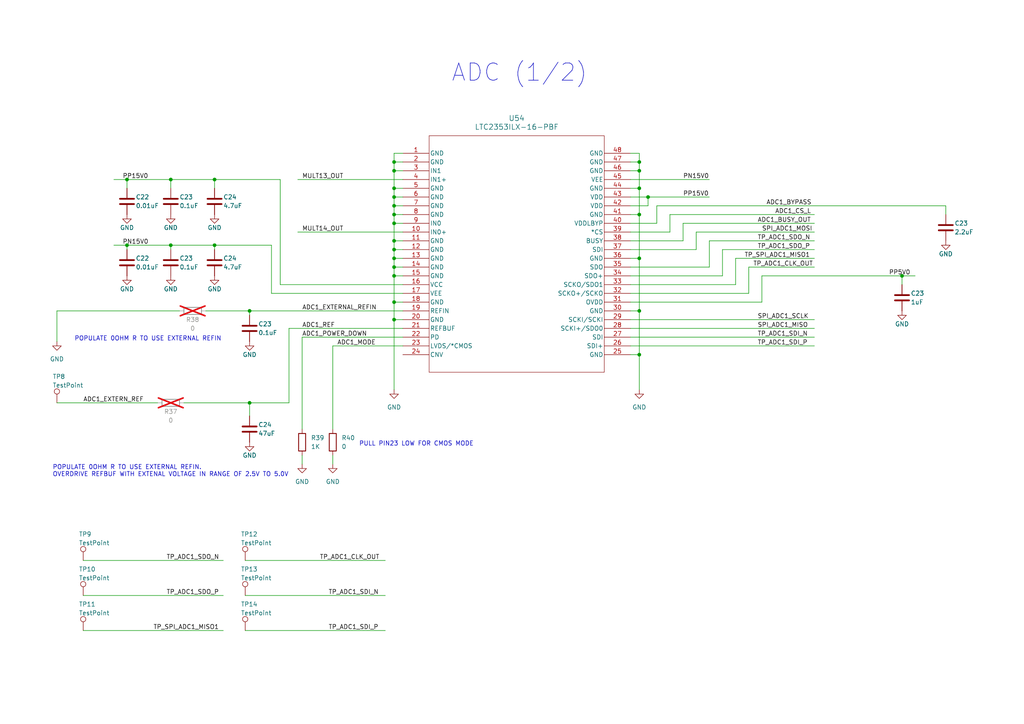
<source format=kicad_sch>
(kicad_sch (version 20230121) (generator eeschema)
  (paper "A4")
  (lib_symbols
    (symbol "Connector:TestPoint" (pin_numbers hide) (pin_names (offset 0.762) hide)
      (property "Reference" "TP" (at 0 6.858 0))
      (property "Value" "TestPoint" (at 0 5.08 0))
      (symbol "TestPoint_0_1"
        (circle (center 0 3.302) (radius 0.762))
      )
      (symbol "TestPoint_1_1"
        (pin passive line (at 0 0 90) (length 2.54) (name "1") (number "1"))
      )
    )
    (symbol "Device:C" (pin_numbers hide) (pin_names (offset 0.254))
      (property "Reference" "C" (at 0.635 2.54 0))
      (property "Value" "C" (at 0.635 -2.54 0))
      (symbol "C_0_1"
        (polyline (pts (xy -2.032 -0.762) (xy 2.032 -0.762)) (stroke (width 0.508)))
        (polyline (pts (xy -2.032 0.762) (xy 2.032 0.762)) (stroke (width 0.508)))
      )
      (symbol "C_1_1"
        (pin passive line (at 0 3.81 270) (length 2.794) (name "~") (number "1"))
        (pin passive line (at 0 -3.81 90) (length 2.794) (name "~") (number "2"))
      )
    )
    (symbol "Device:R" (pin_numbers hide) (pin_names (offset 0))
      (property "Reference" "R" (at 2.032 0 90))
      (property "Value" "R" (at 0 0 90))
      (symbol "R_0_1"
        (rectangle (start -1.016 -2.54) (end 1.016 2.54) (stroke (width 0.254)))
      )
      (symbol "R_1_1"
        (pin passive line (at 0 3.81 270) (length 1.27) (name "~") (number "1"))
        (pin passive line (at 0 -3.81 90) (length 1.27) (name "~") (number "2"))
      )
    )
    (symbol "LTC2353ILX-16-PBF:LTC2353ILX-16-PBF" (pin_names (offset 0.254))
      (property "Reference" "U" (at 33.02 10.16 0))
      (property "Value" "LTC2353ILX-16-PBF" (at 33.02 7.62 0))
      (symbol "LTC2353ILX-16-PBF_0_1"
        (polyline (pts (xy 7.62 -63.5) (xy 58.42 -63.5)) (stroke (width 0.127)))
        (polyline (pts (xy 7.62 5.08) (xy 7.62 -63.5)) (stroke (width 0.127)))
        (polyline (pts (xy 58.42 -63.5) (xy 58.42 5.08)) (stroke (width 0.127)))
        (polyline (pts (xy 58.42 5.08) (xy 7.62 5.08)) (stroke (width 0.127)))
        (pin power_out line (at 0 0 0) (length 7.62) (name "GND") (number "1"))
        (pin bidirectional line (at 0 -22.86 0) (length 7.62) (name "IN0+") (number "10"))
        (pin power_out line (at 0 -25.4 0) (length 7.62) (name "GND") (number "11"))
        (pin power_out line (at 0 -27.94 0) (length 7.62) (name "GND") (number "12"))
        (pin power_out line (at 0 -30.48 0) (length 7.62) (name "GND") (number "13"))
        (pin power_out line (at 0 -33.02 0) (length 7.62) (name "GND") (number "14"))
        (pin power_out line (at 0 -35.56 0) (length 7.62) (name "GND") (number "15"))
        (pin power_in line (at 0 -38.1 0) (length 7.62) (name "VCC") (number "16"))
        (pin power_in line (at 0 -40.64 0) (length 7.62) (name "VEE") (number "17"))
        (pin power_out line (at 0 -43.18 0) (length 7.62) (name "GND") (number "18"))
        (pin unspecified line (at 0 -45.72 0) (length 7.62) (name "REFIN") (number "19"))
        (pin power_out line (at 0 -2.54 0) (length 7.62) (name "GND") (number "2"))
        (pin power_out line (at 0 -48.26 0) (length 7.62) (name "GND") (number "20"))
        (pin unspecified line (at 0 -50.8 0) (length 7.62) (name "REFBUF") (number "21"))
        (pin unspecified line (at 0 -53.34 0) (length 7.62) (name "PD") (number "22"))
        (pin unspecified line (at 0 -55.88 0) (length 7.62) (name "LVDS/*CMOS") (number "23"))
        (pin unspecified line (at 0 -58.42 0) (length 7.62) (name "CNV") (number "24"))
        (pin power_out line (at 66.04 -58.42 180) (length 7.62) (name "GND") (number "25"))
        (pin unspecified line (at 66.04 -55.88 180) (length 7.62) (name "SDI+") (number "26"))
        (pin unspecified line (at 66.04 -53.34 180) (length 7.62) (name "SDI") (number "27"))
        (pin unspecified line (at 66.04 -50.8 180) (length 7.62) (name "SCKI+/SDO0") (number "28"))
        (pin unspecified line (at 66.04 -48.26 180) (length 7.62) (name "SCKI/SCKI") (number "29"))
        (pin input line (at 0 -5.08 0) (length 7.62) (name "IN1") (number "3"))
        (pin power_out line (at 66.04 -45.72 180) (length 7.62) (name "GND") (number "30"))
        (pin power_in line (at 66.04 -43.18 180) (length 7.62) (name "OVDD") (number "31"))
        (pin unspecified line (at 66.04 -40.64 180) (length 7.62) (name "SCKO+/SCKO") (number "32"))
        (pin unspecified line (at 66.04 -38.1 180) (length 7.62) (name "SCKO/SDO1") (number "33"))
        (pin unspecified line (at 66.04 -35.56 180) (length 7.62) (name "SDO+") (number "34"))
        (pin unspecified line (at 66.04 -33.02 180) (length 7.62) (name "SDO") (number "35"))
        (pin power_out line (at 66.04 -30.48 180) (length 7.62) (name "GND") (number "36"))
        (pin unspecified line (at 66.04 -27.94 180) (length 7.62) (name "SDI") (number "37"))
        (pin unspecified line (at 66.04 -25.4 180) (length 7.62) (name "BUSY") (number "38"))
        (pin unspecified line (at 66.04 -22.86 180) (length 7.62) (name "*CS") (number "39"))
        (pin input line (at 0 -7.62 0) (length 7.62) (name "IN1+") (number "4"))
        (pin power_in line (at 66.04 -20.32 180) (length 7.62) (name "VDDLBYP") (number "40"))
        (pin power_out line (at 66.04 -17.78 180) (length 7.62) (name "GND") (number "41"))
        (pin power_in line (at 66.04 -15.24 180) (length 7.62) (name "VDD") (number "42"))
        (pin power_in line (at 66.04 -12.7 180) (length 7.62) (name "VDD") (number "43"))
        (pin power_out line (at 66.04 -10.16 180) (length 7.62) (name "GND") (number "44"))
        (pin power_in line (at 66.04 -7.62 180) (length 7.62) (name "VEE") (number "45"))
        (pin power_out line (at 66.04 -5.08 180) (length 7.62) (name "GND") (number "46"))
        (pin power_out line (at 66.04 -2.54 180) (length 7.62) (name "GND") (number "47"))
        (pin power_out line (at 66.04 0 180) (length 7.62) (name "GND") (number "48"))
        (pin power_out line (at 0 -10.16 0) (length 7.62) (name "GND") (number "5"))
        (pin power_out line (at 0 -12.7 0) (length 7.62) (name "GND") (number "6"))
        (pin power_out line (at 0 -15.24 0) (length 7.62) (name "GND") (number "7"))
        (pin power_out line (at 0 -17.78 0) (length 7.62) (name "GND") (number "8"))
        (pin bidirectional line (at 0 -20.32 0) (length 7.62) (name "IN0") (number "9"))
      )
    )
    (symbol "power:GND" (power) (pin_names (offset 0))
      (property "Value" "GND" (at 0 -3.81 0))
      (symbol "GND_0_1"
        (polyline (pts (xy 0 0) (xy 0 -1.27) (xy 1.27 -1.27) (xy 0 -2.54) (xy -1.27 -1.27) (xy 0 -1.27)))
      )
      (symbol "GND_1_1"
        (pin power_in line (at 0 0 270) (length 0) hide (name "GND") (number "1"))
      )
    )
  )
  (junction (at 114.3 49.53))
  (junction (at 36.83 71.12))
  (junction (at 49.53 71.12))
  (junction (at 185.42 54.61))
  (junction (at 114.3 72.39))
  (junction (at 185.42 74.93))
  (junction (at 187.96 57.15))
  (junction (at 185.42 62.23))
  (junction (at 114.3 64.77))
  (junction (at 72.39 116.84))
  (junction (at 185.42 49.53))
  (junction (at 62.23 71.12))
  (junction (at 36.83 52.07))
  (junction (at 114.3 59.69))
  (junction (at 114.3 92.71))
  (junction (at 114.3 74.93))
  (junction (at 114.3 87.63))
  (junction (at 114.3 77.47))
  (junction (at 185.42 102.87))
  (junction (at 49.53 52.07))
  (junction (at 114.3 80.01))
  (junction (at 185.42 46.99))
  (junction (at 62.23 52.07))
  (junction (at 114.3 69.85))
  (junction (at 114.3 54.61))
  (junction (at 185.42 90.17))
  (junction (at 72.39 90.17))
  (junction (at 114.3 57.15))
  (junction (at 114.3 46.99))
  (junction (at 261.62 80.01))
  (junction (at 114.3 62.23))
  (wire (pts (xy 72.39 116.84) (xy 83.82 116.84)))
  (wire (pts (xy 114.3 77.47) (xy 116.84 77.47)))
  (wire (pts (xy 213.36 74.93) (xy 236.22 74.93)))
  (wire (pts (xy 36.83 52.07) (xy 49.53 52.07)))
  (wire (pts (xy 114.3 59.69) (xy 114.3 62.23)))
  (wire (pts (xy 62.23 71.12) (xy 78.74 71.12)))
  (wire (pts (xy 114.3 57.15) (xy 114.3 59.69)))
  (wire (pts (xy 96.52 100.33) (xy 116.84 100.33)))
  (wire (pts (xy 182.88 85.09) (xy 217.17 85.09)))
  (wire (pts (xy 182.88 100.33) (xy 236.22 100.33)))
  (wire (pts (xy 114.3 74.93) (xy 116.84 74.93)))
  (wire (pts (xy 182.88 90.17) (xy 185.42 90.17)))
  (wire (pts (xy 78.74 85.09) (xy 116.84 85.09)))
  (wire (pts (xy 182.88 87.63) (xy 220.98 87.63)))
  (wire (pts (xy 114.3 72.39) (xy 116.84 72.39)))
  (wire (pts (xy 182.88 52.07) (xy 205.74 52.07)))
  (wire (pts (xy 114.3 49.53) (xy 116.84 49.53)))
  (wire (pts (xy 114.3 62.23) (xy 114.3 64.77)))
  (wire (pts (xy 71.12 182.88) (xy 111.76 182.88)))
  (wire (pts (xy 182.88 77.47) (xy 205.74 77.47)))
  (wire (pts (xy 205.74 69.85) (xy 205.74 77.47)))
  (wire (pts (xy 53.34 116.84) (xy 72.39 116.84)))
  (wire (pts (xy 182.88 54.61) (xy 185.42 54.61)))
  (wire (pts (xy 72.39 90.17) (xy 116.84 90.17)))
  (wire (pts (xy 220.98 87.63) (xy 220.98 80.01)))
  (wire (pts (xy 87.63 97.79) (xy 116.84 97.79)))
  (wire (pts (xy 81.28 82.55) (xy 116.84 82.55)))
  (wire (pts (xy 114.3 80.01) (xy 116.84 80.01)))
  (wire (pts (xy 114.3 64.77) (xy 116.84 64.77)))
  (wire (pts (xy 190.5 64.77) (xy 190.5 59.69)))
  (wire (pts (xy 185.42 90.17) (xy 185.42 102.87)))
  (wire (pts (xy 209.55 72.39) (xy 236.22 72.39)))
  (wire (pts (xy 114.3 49.53) (xy 114.3 54.61)))
  (wire (pts (xy 201.93 67.31) (xy 236.22 67.31)))
  (wire (pts (xy 217.17 85.09) (xy 217.17 77.47)))
  (wire (pts (xy 49.53 52.07) (xy 49.53 54.61)))
  (wire (pts (xy 198.12 69.85) (xy 198.12 64.77)))
  (wire (pts (xy 182.88 46.99) (xy 185.42 46.99)))
  (wire (pts (xy 16.51 99.06) (xy 16.51 90.17)))
  (wire (pts (xy 194.31 67.31) (xy 194.31 62.23)))
  (wire (pts (xy 182.88 67.31) (xy 194.31 67.31)))
  (wire (pts (xy 116.84 44.45) (xy 114.3 44.45)))
  (wire (pts (xy 182.88 95.25) (xy 236.22 95.25)))
  (wire (pts (xy 114.3 44.45) (xy 114.3 46.99)))
  (wire (pts (xy 59.69 90.17) (xy 72.39 90.17)))
  (wire (pts (xy 201.93 72.39) (xy 201.93 67.31)))
  (wire (pts (xy 49.53 71.12) (xy 49.53 72.39)))
  (wire (pts (xy 182.88 80.01) (xy 209.55 80.01)))
  (wire (pts (xy 71.12 172.72) (xy 111.76 172.72)))
  (wire (pts (xy 261.62 80.01) (xy 265.43 80.01)))
  (wire (pts (xy 96.52 132.08) (xy 96.52 134.62)))
  (wire (pts (xy 114.3 69.85) (xy 114.3 72.39)))
  (wire (pts (xy 33.02 52.07) (xy 36.83 52.07)))
  (wire (pts (xy 261.62 80.01) (xy 261.62 82.55)))
  (wire (pts (xy 49.53 52.07) (xy 62.23 52.07)))
  (wire (pts (xy 62.23 52.07) (xy 81.28 52.07)))
  (wire (pts (xy 87.63 97.79) (xy 87.63 124.46)))
  (wire (pts (xy 87.63 132.08) (xy 87.63 134.62)))
  (wire (pts (xy 182.88 92.71) (xy 236.22 92.71)))
  (wire (pts (xy 185.42 54.61) (xy 185.42 62.23)))
  (wire (pts (xy 182.88 59.69) (xy 187.96 59.69)))
  (wire (pts (xy 182.88 49.53) (xy 185.42 49.53)))
  (wire (pts (xy 114.3 46.99) (xy 114.3 49.53)))
  (wire (pts (xy 194.31 62.23) (xy 236.22 62.23)))
  (wire (pts (xy 96.52 124.46) (xy 96.52 100.33)))
  (wire (pts (xy 86.36 52.07) (xy 116.84 52.07)))
  (wire (pts (xy 185.42 102.87) (xy 185.42 113.03)))
  (wire (pts (xy 182.88 64.77) (xy 190.5 64.77)))
  (wire (pts (xy 24.13 182.88) (xy 64.77 182.88)))
  (wire (pts (xy 213.36 82.55) (xy 213.36 74.93)))
  (wire (pts (xy 114.3 92.71) (xy 114.3 113.03)))
  (wire (pts (xy 198.12 64.77) (xy 236.22 64.77)))
  (wire (pts (xy 16.51 90.17) (xy 52.07 90.17)))
  (wire (pts (xy 36.83 52.07) (xy 36.83 54.61)))
  (wire (pts (xy 24.13 172.72) (xy 64.77 172.72)))
  (wire (pts (xy 49.53 71.12) (xy 62.23 71.12)))
  (wire (pts (xy 114.3 54.61) (xy 116.84 54.61)))
  (wire (pts (xy 114.3 62.23) (xy 116.84 62.23)))
  (wire (pts (xy 182.88 74.93) (xy 185.42 74.93)))
  (wire (pts (xy 16.51 116.84) (xy 45.72 116.84)))
  (wire (pts (xy 36.83 71.12) (xy 36.83 72.39)))
  (wire (pts (xy 182.88 82.55) (xy 213.36 82.55)))
  (wire (pts (xy 185.42 74.93) (xy 185.42 90.17)))
  (wire (pts (xy 185.42 49.53) (xy 185.42 54.61)))
  (wire (pts (xy 182.88 62.23) (xy 185.42 62.23)))
  (wire (pts (xy 83.82 95.25) (xy 83.82 116.84)))
  (wire (pts (xy 185.42 44.45) (xy 185.42 46.99)))
  (wire (pts (xy 114.3 69.85) (xy 116.84 69.85)))
  (wire (pts (xy 78.74 85.09) (xy 78.74 71.12)))
  (wire (pts (xy 182.88 69.85) (xy 198.12 69.85)))
  (wire (pts (xy 185.42 62.23) (xy 185.42 74.93)))
  (wire (pts (xy 24.13 162.56) (xy 64.77 162.56)))
  (wire (pts (xy 72.39 120.65) (xy 72.39 116.84)))
  (wire (pts (xy 114.3 57.15) (xy 116.84 57.15)))
  (wire (pts (xy 114.3 46.99) (xy 116.84 46.99)))
  (wire (pts (xy 114.3 87.63) (xy 114.3 92.71)))
  (wire (pts (xy 114.3 72.39) (xy 114.3 74.93)))
  (wire (pts (xy 187.96 59.69) (xy 187.96 57.15)))
  (wire (pts (xy 190.5 59.69) (xy 274.32 59.69)))
  (wire (pts (xy 182.88 72.39) (xy 201.93 72.39)))
  (wire (pts (xy 114.3 77.47) (xy 114.3 80.01)))
  (wire (pts (xy 72.39 90.17) (xy 72.39 91.44)))
  (wire (pts (xy 217.17 77.47) (xy 236.22 77.47)))
  (wire (pts (xy 62.23 71.12) (xy 62.23 72.39)))
  (wire (pts (xy 114.3 80.01) (xy 114.3 87.63)))
  (wire (pts (xy 114.3 87.63) (xy 116.84 87.63)))
  (wire (pts (xy 36.83 71.12) (xy 49.53 71.12)))
  (wire (pts (xy 71.12 162.56) (xy 111.76 162.56)))
  (wire (pts (xy 86.36 67.31) (xy 116.84 67.31)))
  (wire (pts (xy 205.74 69.85) (xy 236.22 69.85)))
  (wire (pts (xy 182.88 102.87) (xy 185.42 102.87)))
  (wire (pts (xy 81.28 52.07) (xy 81.28 82.55)))
  (wire (pts (xy 209.55 80.01) (xy 209.55 72.39)))
  (wire (pts (xy 114.3 54.61) (xy 114.3 57.15)))
  (wire (pts (xy 62.23 52.07) (xy 62.23 54.61)))
  (wire (pts (xy 182.88 57.15) (xy 187.96 57.15)))
  (wire (pts (xy 114.3 74.93) (xy 114.3 77.47)))
  (wire (pts (xy 114.3 92.71) (xy 116.84 92.71)))
  (wire (pts (xy 182.88 44.45) (xy 185.42 44.45)))
  (wire (pts (xy 114.3 59.69) (xy 116.84 59.69)))
  (wire (pts (xy 187.96 57.15) (xy 205.74 57.15)))
  (wire (pts (xy 220.98 80.01) (xy 261.62 80.01)))
  (wire (pts (xy 33.02 71.12) (xy 36.83 71.12)))
  (wire (pts (xy 274.32 59.69) (xy 274.32 62.23)))
  (wire (pts (xy 83.82 95.25) (xy 116.84 95.25)))
  (wire (pts (xy 185.42 46.99) (xy 185.42 49.53)))
  (wire (pts (xy 114.3 64.77) (xy 114.3 69.85)))
  (wire (pts (xy 182.88 97.79) (xy 236.22 97.79)))
  (text "POPULATE 0OHM R TO USE EXTERNAL REFIN" (at 21.59 99.06 0) (effects (font (size 1.27 1.27)) (justify left bottom)))
  (text "POPULATE 0OHM R TO USE EXTERNAL REFIN.\nOVERDRIVE REFBUF WITH EXTENAL VOLTAGE IN RANGE OF 2.5V TO 5.0V" (at 15.24 138.43 0) (effects (font (size 1.27 1.27)) (justify left bottom)))
  (text "PULL PIN23 LOW FOR CMOS MODE" (at 104.14 129.54 0) (effects (font (size 1.27 1.27)) (justify left bottom)))
  (text "ADC (1/2)" (at 130.81 24.13 0) (effects (font (size 5 5)) (justify left bottom)))
  (label "TP_ADC1_SDI_N" (at 95.25 172.72 0))
  (label "TP_ADC1_SDI_P" (at 95.25 182.88 0))
  (label "TP_SPI_ADC1_MISO1" (at 44.45 182.88 0))
  (label "SPI_ADC1_MOSI" (at 220.98 67.31 0))
  (label "SPI_ADC1_SCLK" (at 219.71 92.71 0))
  (label "TP_ADC1_SDO_N" (at 219.71 69.85 0))
  (label "PP15V0" (at 198.12 57.15 0))
  (label "MULT14_OUT" (at 87.63 67.31 0))
  (label "ADC1_BYPASS" (at 222.25 59.69 0))
  (label "ADC1_POWER_DOWN" (at 87.63 97.79 0))
  (label "TP_ADC1_SDO_N" (at 48.26 162.56 0))
  (label "TP_ADC1_SDI_P" (at 219.71 100.33 0))
  (label "PN15V0" (at 198.12 52.07 0))
  (label "ADC1_BUSY_OUT" (at 219.71 64.77 0))
  (label "TP_ADC1_SDO_P" (at 219.71 72.39 0))
  (label "TP_SPI_ADC1_MISO1" (at 215.9 74.93 0))
  (label "PP5V0" (at 257.81 80.01 0))
  (label "PP15V0" (at 35.56 52.07 0))
  (label "TP_ADC1_SDI_N" (at 219.71 97.79 0))
  (label "TP_ADC1_CLK_OUT" (at 92.71 162.56 0))
  (label "SPI_ADC1_MISO" (at 219.71 95.25 0))
  (label "TP_ADC1_SDO_P" (at 48.26 172.72 0))
  (label "ADC1_EXTERNAL_REFIN" (at 87.63 90.17 0))
  (label "TP_ADC1_CLK_OUT" (at 218.44 77.47 0))
  (label "MULT13_OUT" (at 87.63 52.07 0))
  (label "ADC1_EXTERN_REF" (at 24.13 116.84 0))
  (label "ADC1_CS_L" (at 224.79 62.23 0))
  (label "PN15V0" (at 35.56 71.12 0))
  (label "ADC1_REF" (at 87.63 95.25 0))
  (label "ADC1_MODE" (at 97.79 100.33 0))
  (symbol (lib_id "power:GND") (at 49.53 62.23 0) (unit 1)
    (property "Reference" "#PWR035" (effects hide))
    (property "Value" "GND" (at 49.53 66.04 0))
    (instances (project "fydp" (path "" (reference "#PWR035") (unit 1)) (path "" (reference "#PWR070") (unit 1)) (path "" (reference "#PWR0106") (unit 1)) (path "" (reference "#PWR0142") (unit 1)) (path "" (reference "#PWR0214") (unit 1)) (path "" (reference "#PWR0178") (unit 1)) (path "" (reference "#PWR0250") (unit 1)) (path "" (reference "#PWR0286") (unit 1)) (path "" (reference "#PWR035") (unit 1))))
  )
  (symbol (lib_id "power:GND") (at 49.53 80.01 0) (unit 1)
    (property "Reference" "#PWR035" (effects hide))
    (property "Value" "GND" (at 49.53 83.82 0))
    (instances (project "fydp" (path "" (reference "#PWR035") (unit 1)) (path "" (reference "#PWR070") (unit 1)) (path "" (reference "#PWR0106") (unit 1)) (path "" (reference "#PWR0142") (unit 1)) (path "" (reference "#PWR0214") (unit 1)) (path "" (reference "#PWR0178") (unit 1)) (path "" (reference "#PWR0250") (unit 1)) (path "" (reference "#PWR0286") (unit 1)) (path "" (reference "#PWR035") (unit 1))))
  )
  (symbol (lib_id "Connector:TestPoint") (at 71.12 162.56 0) (unit 1)
    (property "Reference" "TP12" (at 69.85 154.94 0) (effects (justify left)))
    (property "Value" "TestPoint" (at 69.85 157.48 0) (effects (justify left)))
    (property "Footprint" "TestPoint:TestPoint_Pad_1.0x1.0mm" (effects hide))
  )
  (symbol (lib_id "Device:C") (at 261.62 86.36 0) (unit 1)
    (property "Reference" "C23" (at 264.16 85.09 0) (effects (justify left)))
    (property "Value" "1uF" (at 264.16 87.63 0) (effects (justify left)))
    (property "Footprint" "Capacitor_SMD:C_0805_2012Metric" (effects hide))
    (instances (project "fydp" (path "" (reference "C23") (unit 1)) (path "" (reference "C46") (unit 1)) (path "" (reference "C70") (unit 1)) (path "" (reference "C94") (unit 1)) (path "" (reference "C142") (unit 1)) (path "" (reference "C118") (unit 1)) (path "" (reference "C166") (unit 1)) (path "" (reference "C190") (unit 1)) (path "" (reference "C23") (unit 1))))
  )
  (symbol (lib_id "Device:C") (at 36.83 58.42 0) (unit 1)
    (property "Reference" "C22" (at 39.37 57.15 0) (effects (justify left)))
    (property "Value" "0.01uF" (at 39.37 59.69 0) (effects (justify left)))
    (property "Footprint" "Capacitor_SMD:C_0805_2012Metric" (effects hide))
    (instances (project "fydp" (path "" (reference "C22") (unit 1)) (path "" (reference "C44") (unit 1)) (path "" (reference "C68") (unit 1)) (path "" (reference "C92") (unit 1)) (path "" (reference "C140") (unit 1)) (path "" (reference "C116") (unit 1)) (path "" (reference "C164") (unit 1)) (path "" (reference "C188") (unit 1)) (path "" (reference "C22") (unit 1))))
  )
  (symbol (lib_id "Device:R") (at 96.52 128.27 0) (unit 1)
    (property "Reference" "R40" (at 99.06 127 0) (effects (justify left)))
    (property "Value" "0" (at 99.06 129.54 0) (effects (justify left)))
    (property "Footprint" "Resistor_SMD:R_0805_2012Metric" (effects hide))
  )
  (symbol (lib_id "power:GND") (at 62.23 62.23 0) (unit 1)
    (property "Reference" "#PWR036" (effects hide))
    (property "Value" "GND" (at 62.23 66.04 0))
    (instances (project "fydp" (path "" (reference "#PWR036") (unit 1)) (path "" (reference "#PWR072") (unit 1)) (path "" (reference "#PWR0108") (unit 1)) (path "" (reference "#PWR0144") (unit 1)) (path "" (reference "#PWR0216") (unit 1)) (path "" (reference "#PWR0180") (unit 1)) (path "" (reference "#PWR0252") (unit 1)) (path "" (reference "#PWR0288") (unit 1)) (path "" (reference "#PWR036") (unit 1))))
  )
  (symbol (lib_id "power:GND") (at 274.32 69.85 0) (unit 1)
    (property "Reference" "#PWR035" (effects hide))
    (property "Value" "GND" (at 274.32 73.66 0))
    (instances (project "fydp" (path "" (reference "#PWR035") (unit 1)) (path "" (reference "#PWR070") (unit 1)) (path "" (reference "#PWR0106") (unit 1)) (path "" (reference "#PWR0142") (unit 1)) (path "" (reference "#PWR0214") (unit 1)) (path "" (reference "#PWR0178") (unit 1)) (path "" (reference "#PWR0250") (unit 1)) (path "" (reference "#PWR0286") (unit 1)) (path "" (reference "#PWR035") (unit 1))))
  )
  (symbol (lib_id "power:GND") (at 36.83 62.23 0) (unit 1)
    (property "Reference" "#PWR034" (effects hide))
    (property "Value" "GND" (at 36.83 66.04 0))
    (instances (project "fydp" (path "" (reference "#PWR034") (unit 1)) (path "" (reference "#PWR068") (unit 1)) (path "" (reference "#PWR0104") (unit 1)) (path "" (reference "#PWR0140") (unit 1)) (path "" (reference "#PWR0212") (unit 1)) (path "" (reference "#PWR0176") (unit 1)) (path "" (reference "#PWR0248") (unit 1)) (path "" (reference "#PWR0284") (unit 1)) (path "" (reference "#PWR034") (unit 1))))
  )
  (symbol (lib_id "Device:R") (at 49.53 116.84 270) (unit 1) (dnp yes)
    (property "Reference" "R37" (at 49.53 119.38 90))
    (property "Value" "0" (at 49.53 121.92 90))
    (property "Footprint" "Resistor_SMD:R_0805_2012Metric" (effects hide))
  )
  (symbol (lib_id "power:GND") (at 16.51 99.06 0) (unit 1)
    (property "Reference" "#PWR0308" (effects hide))
    (property "Value" "GND" (at 16.51 104.14 0))
  )
  (symbol (lib_id "Connector:TestPoint") (at 16.51 116.84 0) (unit 1)
    (property "Reference" "TP8" (at 15.24 109.22 0) (effects (justify left)))
    (property "Value" "TestPoint" (at 15.24 111.76 0) (effects (justify left)))
    (property "Footprint" "TestPoint:TestPoint_Pad_1.0x1.0mm" (effects hide))
  )
  (symbol (lib_id "power:GND") (at 185.42 113.03 0) (unit 1)
    (property "Reference" "#PWR0320" (effects hide))
    (property "Value" "GND" (at 185.42 118.11 0))
  )
  (symbol (lib_id "power:GND") (at 114.3 113.03 0) (unit 1)
    (property "Reference" "#PWR0319" (effects hide))
    (property "Value" "GND" (at 114.3 118.11 0))
  )
  (symbol (lib_id "Connector:TestPoint") (at 24.13 162.56 0) (unit 1)
    (property "Reference" "TP9" (at 22.86 154.94 0) (effects (justify left)))
    (property "Value" "TestPoint" (at 22.86 157.48 0) (effects (justify left)))
    (property "Footprint" "TestPoint:TestPoint_Pad_1.0x1.0mm" (effects hide))
  )
  (symbol (lib_id "Connector:TestPoint") (at 71.12 172.72 0) (unit 1)
    (property "Reference" "TP13" (at 69.85 165.1 0) (effects (justify left)))
    (property "Value" "TestPoint" (at 69.85 167.64 0) (effects (justify left)))
    (property "Footprint" "TestPoint:TestPoint_Pad_1.0x1.0mm" (effects hide))
  )
  (symbol (lib_id "Device:C") (at 62.23 76.2 0) (unit 1)
    (property "Reference" "C24" (at 64.77 74.93 0) (effects (justify left)))
    (property "Value" "4.7uF" (at 64.77 77.47 0) (effects (justify left)))
    (property "Footprint" "Capacitor_SMD:C_0805_2012Metric" (effects hide))
    (instances (project "fydp" (path "" (reference "C24") (unit 1)) (path "" (reference "C48") (unit 1)) (path "" (reference "C72") (unit 1)) (path "" (reference "C96") (unit 1)) (path "" (reference "C144") (unit 1)) (path "" (reference "C120") (unit 1)) (path "" (reference "C168") (unit 1)) (path "" (reference "C192") (unit 1)) (path "" (reference "C24") (unit 1))))
  )
  (symbol (lib_id "power:GND") (at 87.63 134.62 0) (unit 1)
    (property "Reference" "#PWR0317" (effects hide))
    (property "Value" "GND" (at 87.63 139.7 0))
  )
  (symbol (lib_id "Device:R") (at 55.88 90.17 270) (unit 1) (dnp yes)
    (property "Reference" "R38" (at 55.88 92.71 90))
    (property "Value" "0" (at 55.88 95.25 90))
    (property "Footprint" "Resistor_SMD:R_0805_2012Metric" (effects hide))
  )
  (symbol (lib_id "power:GND") (at 36.83 80.01 0) (unit 1)
    (property "Reference" "#PWR034" (effects hide))
    (property "Value" "GND" (at 36.83 83.82 0))
    (instances (project "fydp" (path "" (reference "#PWR034") (unit 1)) (path "" (reference "#PWR068") (unit 1)) (path "" (reference "#PWR0104") (unit 1)) (path "" (reference "#PWR0140") (unit 1)) (path "" (reference "#PWR0212") (unit 1)) (path "" (reference "#PWR0176") (unit 1)) (path "" (reference "#PWR0248") (unit 1)) (path "" (reference "#PWR0284") (unit 1)) (path "" (reference "#PWR034") (unit 1))))
  )
  (symbol (lib_id "power:GND") (at 261.62 90.17 0) (unit 1)
    (property "Reference" "#PWR035" (effects hide))
    (property "Value" "GND" (at 261.62 93.98 0))
    (instances (project "fydp" (path "" (reference "#PWR035") (unit 1)) (path "" (reference "#PWR070") (unit 1)) (path "" (reference "#PWR0106") (unit 1)) (path "" (reference "#PWR0142") (unit 1)) (path "" (reference "#PWR0214") (unit 1)) (path "" (reference "#PWR0178") (unit 1)) (path "" (reference "#PWR0250") (unit 1)) (path "" (reference "#PWR0286") (unit 1)) (path "" (reference "#PWR035") (unit 1))))
  )
  (symbol (lib_id "Device:C") (at 49.53 76.2 0) (unit 1)
    (property "Reference" "C23" (at 52.07 74.93 0) (effects (justify left)))
    (property "Value" "0.1uF" (at 52.07 77.47 0) (effects (justify left)))
    (property "Footprint" "Capacitor_SMD:C_0805_2012Metric" (effects hide))
    (instances (project "fydp" (path "" (reference "C23") (unit 1)) (path "" (reference "C46") (unit 1)) (path "" (reference "C70") (unit 1)) (path "" (reference "C94") (unit 1)) (path "" (reference "C142") (unit 1)) (path "" (reference "C118") (unit 1)) (path "" (reference "C166") (unit 1)) (path "" (reference "C190") (unit 1)) (path "" (reference "C23") (unit 1))))
  )
  (symbol (lib_id "Device:C") (at 62.23 58.42 0) (unit 1)
    (property "Reference" "C24" (at 64.77 57.15 0) (effects (justify left)))
    (property "Value" "4.7uF" (at 64.77 59.69 0) (effects (justify left)))
    (property "Footprint" "Capacitor_SMD:C_0805_2012Metric" (effects hide))
    (instances (project "fydp" (path "" (reference "C24") (unit 1)) (path "" (reference "C48") (unit 1)) (path "" (reference "C72") (unit 1)) (path "" (reference "C96") (unit 1)) (path "" (reference "C144") (unit 1)) (path "" (reference "C120") (unit 1)) (path "" (reference "C168") (unit 1)) (path "" (reference "C192") (unit 1)) (path "" (reference "C24") (unit 1))))
  )
  (symbol (lib_id "Device:C") (at 72.39 95.25 0) (unit 1)
    (property "Reference" "C23" (at 74.93 93.98 0) (effects (justify left)))
    (property "Value" "0.1uF" (at 74.93 96.52 0) (effects (justify left)))
    (property "Footprint" "Capacitor_SMD:C_0805_2012Metric" (effects hide))
    (instances (project "fydp" (path "" (reference "C23") (unit 1)) (path "" (reference "C46") (unit 1)) (path "" (reference "C70") (unit 1)) (path "" (reference "C94") (unit 1)) (path "" (reference "C142") (unit 1)) (path "" (reference "C118") (unit 1)) (path "" (reference "C166") (unit 1)) (path "" (reference "C190") (unit 1)) (path "" (reference "C23") (unit 1))))
  )
  (symbol (lib_id "Device:C") (at 36.83 76.2 0) (unit 1)
    (property "Reference" "C22" (at 39.37 74.93 0) (effects (justify left)))
    (property "Value" "0.01uF" (at 39.37 77.47 0) (effects (justify left)))
    (property "Footprint" "Capacitor_SMD:C_0805_2012Metric" (effects hide))
    (instances (project "fydp" (path "" (reference "C22") (unit 1)) (path "" (reference "C44") (unit 1)) (path "" (reference "C68") (unit 1)) (path "" (reference "C92") (unit 1)) (path "" (reference "C140") (unit 1)) (path "" (reference "C116") (unit 1)) (path "" (reference "C164") (unit 1)) (path "" (reference "C188") (unit 1)) (path "" (reference "C22") (unit 1))))
  )
  (symbol (lib_id "Device:C") (at 72.39 124.46 0) (unit 1)
    (property "Reference" "C24" (at 74.93 123.19 0) (effects (justify left)))
    (property "Value" "47uF" (at 74.93 125.73 0) (effects (justify left)))
    (property "Footprint" "Capacitor_SMD:C_0805_2012Metric" (effects hide))
    (instances (project "fydp" (path "" (reference "C24") (unit 1)) (path "" (reference "C48") (unit 1)) (path "" (reference "C72") (unit 1)) (path "" (reference "C96") (unit 1)) (path "" (reference "C144") (unit 1)) (path "" (reference "C120") (unit 1)) (path "" (reference "C168") (unit 1)) (path "" (reference "C192") (unit 1)) (path "" (reference "C24") (unit 1))))
  )
  (symbol (lib_id "power:GND") (at 72.39 128.27 0) (unit 1)
    (property "Reference" "#PWR036" (effects hide))
    (property "Value" "GND" (at 72.39 132.08 0))
    (instances (project "fydp" (path "" (reference "#PWR036") (unit 1)) (path "" (reference "#PWR072") (unit 1)) (path "" (reference "#PWR0108") (unit 1)) (path "" (reference "#PWR0144") (unit 1)) (path "" (reference "#PWR0216") (unit 1)) (path "" (reference "#PWR0180") (unit 1)) (path "" (reference "#PWR0252") (unit 1)) (path "" (reference "#PWR0288") (unit 1)) (path "" (reference "#PWR036") (unit 1))))
  )
  (symbol (lib_id "LTC2353ILX-16-PBF:LTC2353ILX-16-PBF") (at 116.84 44.45 0) (unit 1)
    (property "Reference" "U54" (at 149.86 34.29 0) (effects (font (size 1.524 1.524))))
    (property "Value" "LTC2353ILX-16-PBF" (at 149.86 36.83 0) (effects (font (size 1.524 1.524))))
    (property "Footprint" "QFP_48_ADI" (effects hide))
    (property "Datasheet" "LTC2353ILX-16-PBF" (effects hide))
  )
  (symbol (lib_id "Connector:TestPoint") (at 24.13 172.72 0) (unit 1)
    (property "Reference" "TP10" (at 22.86 165.1 0) (effects (justify left)))
    (property "Value" "TestPoint" (at 22.86 167.64 0) (effects (justify left)))
    (property "Footprint" "TestPoint:TestPoint_Pad_1.0x1.0mm" (effects hide))
  )
  (symbol (lib_id "Connector:TestPoint") (at 71.12 182.88 0) (unit 1)
    (property "Reference" "TP14" (at 69.85 175.26 0) (effects (justify left)))
    (property "Value" "TestPoint" (at 69.85 177.8 0) (effects (justify left)))
    (property "Footprint" "TestPoint:TestPoint_Pad_1.0x1.0mm" (effects hide))
  )
  (symbol (lib_id "Device:R") (at 87.63 128.27 0) (unit 1)
    (property "Reference" "R39" (at 90.17 127 0) (effects (justify left)))
    (property "Value" "1K" (at 90.17 129.54 0) (effects (justify left)))
    (property "Footprint" "Resistor_SMD:R_0805_2012Metric" (effects hide))
  )
  (symbol (lib_id "Device:C") (at 274.32 66.04 0) (unit 1)
    (property "Reference" "C23" (at 276.86 64.77 0) (effects (justify left)))
    (property "Value" "2.2uF" (at 276.86 67.31 0) (effects (justify left)))
    (property "Footprint" "Capacitor_SMD:C_0805_2012Metric" (effects hide))
    (instances (project "fydp" (path "" (reference "C23") (unit 1)) (path "" (reference "C46") (unit 1)) (path "" (reference "C70") (unit 1)) (path "" (reference "C94") (unit 1)) (path "" (reference "C142") (unit 1)) (path "" (reference "C118") (unit 1)) (path "" (reference "C166") (unit 1)) (path "" (reference "C190") (unit 1)) (path "" (reference "C23") (unit 1))))
  )
  (symbol (lib_id "power:GND") (at 72.39 99.06 0) (unit 1)
    (property "Reference" "#PWR035" (effects hide))
    (property "Value" "GND" (at 72.39 102.87 0))
    (instances (project "fydp" (path "" (reference "#PWR035") (unit 1)) (path "" (reference "#PWR070") (unit 1)) (path "" (reference "#PWR0106") (unit 1)) (path "" (reference "#PWR0142") (unit 1)) (path "" (reference "#PWR0214") (unit 1)) (path "" (reference "#PWR0178") (unit 1)) (path "" (reference "#PWR0250") (unit 1)) (path "" (reference "#PWR0286") (unit 1)) (path "" (reference "#PWR035") (unit 1))))
  )
  (symbol (lib_id "power:GND") (at 96.52 134.62 0) (unit 1)
    (property "Reference" "#PWR0318" (effects hide))
    (property "Value" "GND" (at 96.52 139.7 0))
  )
  (symbol (lib_id "power:GND") (at 62.23 80.01 0) (unit 1)
    (property "Reference" "#PWR036" (effects hide))
    (property "Value" "GND" (at 62.23 83.82 0))
    (instances (project "fydp" (path "" (reference "#PWR036") (unit 1)) (path "" (reference "#PWR072") (unit 1)) (path "" (reference "#PWR0108") (unit 1)) (path "" (reference "#PWR0144") (unit 1)) (path "" (reference "#PWR0216") (unit 1)) (path "" (reference "#PWR0180") (unit 1)) (path "" (reference "#PWR0252") (unit 1)) (path "" (reference "#PWR0288") (unit 1)) (path "" (reference "#PWR036") (unit 1))))
  )
  (symbol (lib_id "Device:C") (at 49.53 58.42 0) (unit 1)
    (property "Reference" "C23" (at 52.07 57.15 0) (effects (justify left)))
    (property "Value" "0.1uF" (at 52.07 59.69 0) (effects (justify left)))
    (property "Footprint" "Capacitor_SMD:C_0805_2012Metric" (effects hide))
    (instances (project "fydp" (path "" (reference "C23") (unit 1)) (path "" (reference "C46") (unit 1)) (path "" (reference "C70") (unit 1)) (path "" (reference "C94") (unit 1)) (path "" (reference "C142") (unit 1)) (path "" (reference "C118") (unit 1)) (path "" (reference "C166") (unit 1)) (path "" (reference "C190") (unit 1)) (path "" (reference "C23") (unit 1))))
  )
  (symbol (lib_id "Connector:TestPoint") (at 24.13 182.88 0) (unit 1)
    (property "Reference" "TP11" (at 22.86 175.26 0) (effects (justify left)))
    (property "Value" "TestPoint" (at 22.86 177.8 0) (effects (justify left)))
    (property "Footprint" "TestPoint:TestPoint_Pad_1.0x1.0mm" (effects hide))
  )
)
</source>
